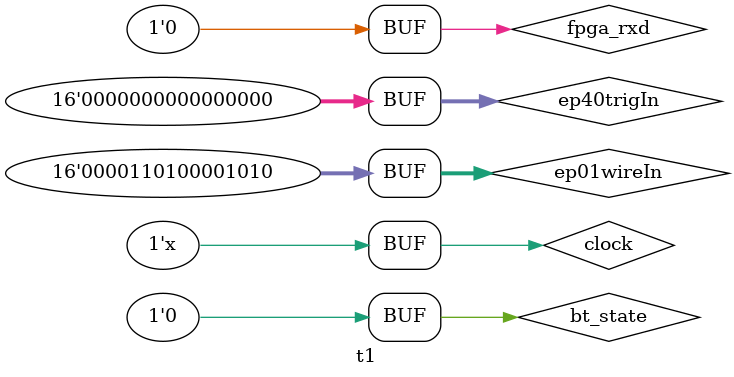
<source format=v>
`timescale 1ns / 1ps


module t1;

	// Inputs
	reg clock;
	reg bt_state;
	reg fpga_rxd;
	reg [15:0] ep01wireIn;
	reg [15:0] ep40trigIn;

	// Outputs
	wire bt_enable;
	wire fpga_txd;
	wire [15:0] ep20wireOut;
	wire [15:0] ep21wireOut;
	wire [15:0] ep22wireOut;
	wire [15:0] ep23wireOut;

	// Instantiate the Unit Under Test (UUT)
	FPGA_Bluetooth_connection uut (
		.clock(clock), 
		.bt_state(bt_state), 
		.bt_enable(bt_enable), 
		.fpga_txd(fpga_txd), 
		.fpga_rxd(fpga_rxd), 
		.ep01wireIn(ep01wireIn), 
		.ep40trigIn(ep40trigIn), 
		.ep20wireOut(ep20wireOut), 
		.ep21wireOut(ep21wireOut),
		.ep22wireOut(ep22wireOut),
		.ep23wireOut(ep23wireOut)
	);
	
	always begin
		#1 clock = !clock;
	end

	initial begin
		// Initialize Inputs
		clock = 0;
		bt_state = 0;
		fpga_rxd = 0;
		ep01wireIn = 0;
		ep40trigIn = 0;

		// Wait 100 ns for global reset to finish
		#100;
        
		// Add stimulus here
		#0 ep40trigIn = 16'h0000;
		#5 ep40trigIn = 16'h0007;
		#1 ep01wireIn = "AT";
		#8 ep01wireIn = "\r\n";
		#100 fpga_rxd = 1'b1;
		#108 fpga_rxd = 1'b0;
		#130 fpga_rxd = 1'b0;
		#135 fpga_rxd = 1'b1;
		#137 fpga_rxd = 1'b0;
		#138 fpga_rxd = 1'b1;
		#139 fpga_rxd = 1'b0;
		#143 fpga_rxd = 1'b1;
		#144 fpga_rxd = 1'b0;
		#145 fpga_rxd = 1'b1;
		#146 fpga_rxd = 1'b0;
		#160 ep40trigIn = 16'h0000;
	end
	
endmodule


</source>
